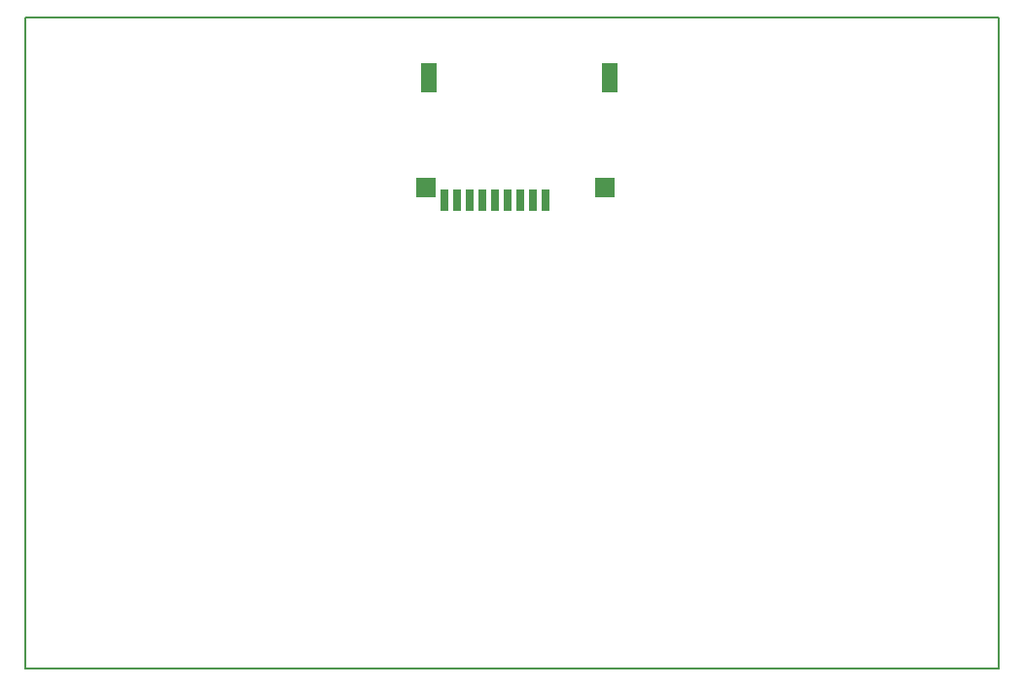
<source format=gbr>
G04 PROTEUS RS274X GERBER FILE*
%FSLAX45Y45*%
%MOMM*%
G01*
%ADD32R,0.700000X1.900000*%
%ADD33R,1.700000X1.800000*%
%ADD34R,1.400000X2.600000*%
%ADD31C,0.203200*%
D32*
X-4935000Y+3942000D03*
X-5045000Y+3942000D03*
X-5155000Y+3942000D03*
X-5265000Y+3942000D03*
X-5375000Y+3942000D03*
X-5485000Y+3942000D03*
X-5595000Y+3942000D03*
X-5705000Y+3942000D03*
X-5815000Y+3942000D03*
D33*
X-5970000Y+4048000D03*
X-4420000Y+4048000D03*
D34*
X-5945000Y+5008000D03*
X-4375000Y+5008000D03*
D31*
X-9460000Y-140000D02*
X-990000Y-140000D01*
X-990000Y+5530000D01*
X-9460000Y+5530000D01*
X-9460000Y-140000D01*
M02*

</source>
